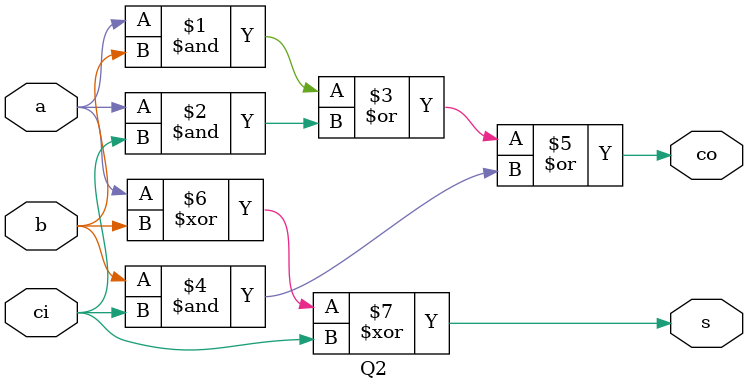
<source format=v>
module Q2(a,b,ci,co,s);
	input a,b,ci;
	output co,s;
	assign co = (a&b)|(a&ci)|(b&ci);
	assign s = a^b^ci;
endmodule

</source>
